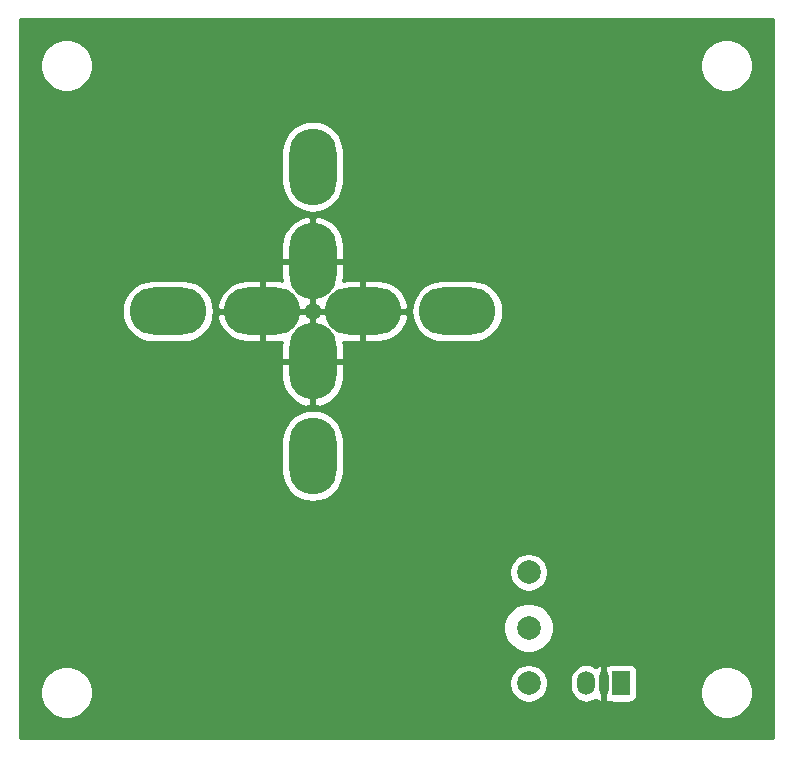
<source format=gbr>
%TF.GenerationSoftware,KiCad,Pcbnew,(5.1.10)-1*%
%TF.CreationDate,2021-10-27T13:55:30+02:00*%
%TF.ProjectId,Base,42617365-2e6b-4696-9361-645f70636258,rev?*%
%TF.SameCoordinates,Original*%
%TF.FileFunction,Copper,L1,Top*%
%TF.FilePolarity,Positive*%
%FSLAX46Y46*%
G04 Gerber Fmt 4.6, Leading zero omitted, Abs format (unit mm)*
G04 Created by KiCad (PCBNEW (5.1.10)-1) date 2021-10-27 13:55:30*
%MOMM*%
%LPD*%
G01*
G04 APERTURE LIST*
%TA.AperFunction,ComponentPad*%
%ADD10R,1.500000X2.000000*%
%TD*%
%TA.AperFunction,ComponentPad*%
%ADD11O,1.500000X2.000000*%
%TD*%
%TA.AperFunction,ComponentPad*%
%ADD12O,0.900000X2.000000*%
%TD*%
%TA.AperFunction,ComponentPad*%
%ADD13C,2.000000*%
%TD*%
%TA.AperFunction,ComponentPad*%
%ADD14O,4.000000X6.500000*%
%TD*%
%TA.AperFunction,ComponentPad*%
%ADD15O,6.500000X4.000000*%
%TD*%
%TA.AperFunction,ViaPad*%
%ADD16C,1.000000*%
%TD*%
%TA.AperFunction,ViaPad*%
%ADD17C,0.800000*%
%TD*%
%TA.AperFunction,Conductor*%
%ADD18C,0.254000*%
%TD*%
%TA.AperFunction,Conductor*%
%ADD19C,0.100000*%
%TD*%
G04 APERTURE END LIST*
D10*
%TO.P,U4,1*%
%TO.N,+5V*%
X163230000Y-123914000D03*
D11*
%TO.P,U4,3*%
%TO.N,VCC*%
X160290000Y-123914000D03*
D12*
%TO.P,U4,2*%
%TO.N,GND*%
X161760000Y-123914000D03*
%TD*%
D13*
%TO.P,SW1,3*%
%TO.N,+9V*%
X155408000Y-114516000D03*
%TO.P,SW1,2*%
%TO.N,Net-(BT3-Pad1)*%
X155408000Y-119216000D03*
%TO.P,SW1,1*%
%TO.N,VCC*%
X155408000Y-123916000D03*
%TD*%
D14*
%TO.P,C7,6*%
%TO.N,/LED_MATRIX_2*%
X137122000Y-104668000D03*
%TO.P,C7,5*%
%TO.N,GND*%
X137122000Y-96668000D03*
%TO.P,C7,2*%
%TO.N,/LED_MATRIX_4*%
X137122000Y-80168000D03*
%TO.P,C7,1*%
%TO.N,GND*%
X137122000Y-88168000D03*
D15*
%TO.P,C7,8*%
%TO.N,/LED_MATRIX_1*%
X124872000Y-92418000D03*
%TO.P,C7,7*%
%TO.N,GND*%
X132872000Y-92418000D03*
%TO.P,C7,4*%
%TO.N,/LED_MATRIX_3*%
X149372000Y-92418000D03*
%TO.P,C7,3*%
%TO.N,GND*%
X141372000Y-92418000D03*
%TD*%
D16*
%TO.N,GND*%
X130264000Y-118072000D03*
X131534000Y-118072000D03*
X132804000Y-118072000D03*
X128994000Y-118072000D03*
D17*
X171691400Y-119926200D03*
%TD*%
D18*
%TO.N,GND*%
X176086000Y-128588000D02*
X112382000Y-128588000D01*
X112382000Y-124455872D01*
X114059000Y-124455872D01*
X114059000Y-124896128D01*
X114144890Y-125327925D01*
X114313369Y-125734669D01*
X114557962Y-126100729D01*
X114869271Y-126412038D01*
X115235331Y-126656631D01*
X115642075Y-126825110D01*
X116073872Y-126911000D01*
X116514128Y-126911000D01*
X116945925Y-126825110D01*
X117352669Y-126656631D01*
X117718729Y-126412038D01*
X118030038Y-126100729D01*
X118274631Y-125734669D01*
X118443110Y-125327925D01*
X118529000Y-124896128D01*
X118529000Y-124455872D01*
X118443110Y-124024075D01*
X118331642Y-123754967D01*
X153773000Y-123754967D01*
X153773000Y-124077033D01*
X153835832Y-124392912D01*
X153959082Y-124690463D01*
X154138013Y-124958252D01*
X154365748Y-125185987D01*
X154633537Y-125364918D01*
X154931088Y-125488168D01*
X155246967Y-125551000D01*
X155569033Y-125551000D01*
X155884912Y-125488168D01*
X156182463Y-125364918D01*
X156450252Y-125185987D01*
X156677987Y-124958252D01*
X156856918Y-124690463D01*
X156980168Y-124392912D01*
X157043000Y-124077033D01*
X157043000Y-123754967D01*
X157011373Y-123595963D01*
X158905000Y-123595963D01*
X158905000Y-124232036D01*
X158925040Y-124435506D01*
X159004236Y-124696580D01*
X159132843Y-124937187D01*
X159305919Y-125148080D01*
X159516812Y-125321157D01*
X159757419Y-125449764D01*
X160018493Y-125528960D01*
X160290000Y-125555701D01*
X160561506Y-125528960D01*
X160822580Y-125449764D01*
X161063187Y-125321157D01*
X161073749Y-125312489D01*
X161082592Y-125321014D01*
X161262803Y-125436702D01*
X161465999Y-125508408D01*
X161633000Y-125381502D01*
X161633000Y-124507899D01*
X161654960Y-124435507D01*
X161675000Y-124232037D01*
X161675000Y-123595964D01*
X161654960Y-123392494D01*
X161633000Y-123320102D01*
X161633000Y-122914000D01*
X161841928Y-122914000D01*
X161841928Y-124914000D01*
X161854188Y-125038482D01*
X161887000Y-125146649D01*
X161887000Y-125381502D01*
X162054001Y-125508408D01*
X162169046Y-125467810D01*
X162235820Y-125503502D01*
X162355518Y-125539812D01*
X162480000Y-125552072D01*
X163980000Y-125552072D01*
X164104482Y-125539812D01*
X164224180Y-125503502D01*
X164334494Y-125444537D01*
X164431185Y-125365185D01*
X164510537Y-125268494D01*
X164569502Y-125158180D01*
X164605812Y-125038482D01*
X164618072Y-124914000D01*
X164618072Y-124455872D01*
X169939000Y-124455872D01*
X169939000Y-124896128D01*
X170024890Y-125327925D01*
X170193369Y-125734669D01*
X170437962Y-126100729D01*
X170749271Y-126412038D01*
X171115331Y-126656631D01*
X171522075Y-126825110D01*
X171953872Y-126911000D01*
X172394128Y-126911000D01*
X172825925Y-126825110D01*
X173232669Y-126656631D01*
X173598729Y-126412038D01*
X173910038Y-126100729D01*
X174154631Y-125734669D01*
X174323110Y-125327925D01*
X174409000Y-124896128D01*
X174409000Y-124455872D01*
X174323110Y-124024075D01*
X174154631Y-123617331D01*
X173910038Y-123251271D01*
X173598729Y-122939962D01*
X173232669Y-122695369D01*
X172825925Y-122526890D01*
X172394128Y-122441000D01*
X171953872Y-122441000D01*
X171522075Y-122526890D01*
X171115331Y-122695369D01*
X170749271Y-122939962D01*
X170437962Y-123251271D01*
X170193369Y-123617331D01*
X170024890Y-124024075D01*
X169939000Y-124455872D01*
X164618072Y-124455872D01*
X164618072Y-122914000D01*
X164605812Y-122789518D01*
X164569502Y-122669820D01*
X164510537Y-122559506D01*
X164431185Y-122462815D01*
X164334494Y-122383463D01*
X164224180Y-122324498D01*
X164104482Y-122288188D01*
X163980000Y-122275928D01*
X162480000Y-122275928D01*
X162355518Y-122288188D01*
X162235820Y-122324498D01*
X162169046Y-122360190D01*
X162054001Y-122319592D01*
X161887000Y-122446498D01*
X161887000Y-122681351D01*
X161854188Y-122789518D01*
X161841928Y-122914000D01*
X161633000Y-122914000D01*
X161633000Y-122446498D01*
X161465999Y-122319592D01*
X161262803Y-122391298D01*
X161082592Y-122506986D01*
X161073749Y-122515510D01*
X161063188Y-122506843D01*
X160822581Y-122378236D01*
X160561507Y-122299040D01*
X160290000Y-122272299D01*
X160018494Y-122299040D01*
X159757420Y-122378236D01*
X159516813Y-122506843D01*
X159305920Y-122679919D01*
X159132843Y-122890812D01*
X159004236Y-123131419D01*
X158925040Y-123392493D01*
X158905000Y-123595963D01*
X157011373Y-123595963D01*
X156980168Y-123439088D01*
X156856918Y-123141537D01*
X156677987Y-122873748D01*
X156450252Y-122646013D01*
X156182463Y-122467082D01*
X155884912Y-122343832D01*
X155569033Y-122281000D01*
X155246967Y-122281000D01*
X154931088Y-122343832D01*
X154633537Y-122467082D01*
X154365748Y-122646013D01*
X154138013Y-122873748D01*
X153959082Y-123141537D01*
X153835832Y-123439088D01*
X153773000Y-123754967D01*
X118331642Y-123754967D01*
X118274631Y-123617331D01*
X118030038Y-123251271D01*
X117718729Y-122939962D01*
X117352669Y-122695369D01*
X116945925Y-122526890D01*
X116514128Y-122441000D01*
X116073872Y-122441000D01*
X115642075Y-122526890D01*
X115235331Y-122695369D01*
X114869271Y-122939962D01*
X114557962Y-123251271D01*
X114313369Y-123617331D01*
X114144890Y-124024075D01*
X114059000Y-124455872D01*
X112382000Y-124455872D01*
X112382000Y-119006509D01*
X153281000Y-119006509D01*
X153281000Y-119425491D01*
X153362739Y-119836423D01*
X153523077Y-120223512D01*
X153755851Y-120571884D01*
X154052116Y-120868149D01*
X154400488Y-121100923D01*
X154787577Y-121261261D01*
X155198509Y-121343000D01*
X155617491Y-121343000D01*
X156028423Y-121261261D01*
X156415512Y-121100923D01*
X156763884Y-120868149D01*
X157060149Y-120571884D01*
X157292923Y-120223512D01*
X157453261Y-119836423D01*
X157535000Y-119425491D01*
X157535000Y-119006509D01*
X157453261Y-118595577D01*
X157292923Y-118208488D01*
X157060149Y-117860116D01*
X156763884Y-117563851D01*
X156415512Y-117331077D01*
X156028423Y-117170739D01*
X155617491Y-117089000D01*
X155198509Y-117089000D01*
X154787577Y-117170739D01*
X154400488Y-117331077D01*
X154052116Y-117563851D01*
X153755851Y-117860116D01*
X153523077Y-118208488D01*
X153362739Y-118595577D01*
X153281000Y-119006509D01*
X112382000Y-119006509D01*
X112382000Y-114354967D01*
X153773000Y-114354967D01*
X153773000Y-114677033D01*
X153835832Y-114992912D01*
X153959082Y-115290463D01*
X154138013Y-115558252D01*
X154365748Y-115785987D01*
X154633537Y-115964918D01*
X154931088Y-116088168D01*
X155246967Y-116151000D01*
X155569033Y-116151000D01*
X155884912Y-116088168D01*
X156182463Y-115964918D01*
X156450252Y-115785987D01*
X156677987Y-115558252D01*
X156856918Y-115290463D01*
X156980168Y-114992912D01*
X157043000Y-114677033D01*
X157043000Y-114354967D01*
X156980168Y-114039088D01*
X156856918Y-113741537D01*
X156677987Y-113473748D01*
X156450252Y-113246013D01*
X156182463Y-113067082D01*
X155884912Y-112943832D01*
X155569033Y-112881000D01*
X155246967Y-112881000D01*
X154931088Y-112943832D01*
X154633537Y-113067082D01*
X154365748Y-113246013D01*
X154138013Y-113473748D01*
X153959082Y-113741537D01*
X153835832Y-114039088D01*
X153773000Y-114354967D01*
X112382000Y-114354967D01*
X112382000Y-103288559D01*
X134487000Y-103288559D01*
X134487000Y-106047442D01*
X134525127Y-106434550D01*
X134675799Y-106931250D01*
X134920478Y-107389011D01*
X135249760Y-107790241D01*
X135650990Y-108119523D01*
X136108751Y-108364201D01*
X136605451Y-108514873D01*
X137122000Y-108565749D01*
X137638550Y-108514873D01*
X138135250Y-108364201D01*
X138593011Y-108119523D01*
X138994241Y-107790241D01*
X139323523Y-107389011D01*
X139568201Y-106931250D01*
X139718873Y-106434550D01*
X139757000Y-106047442D01*
X139757000Y-103288558D01*
X139718873Y-102901450D01*
X139568201Y-102404750D01*
X139323523Y-101946989D01*
X138994241Y-101545759D01*
X138593010Y-101216477D01*
X138135249Y-100971799D01*
X137638549Y-100821127D01*
X137122000Y-100770251D01*
X136605450Y-100821127D01*
X136108750Y-100971799D01*
X135650989Y-101216477D01*
X135249759Y-101545759D01*
X134920477Y-101946990D01*
X134675799Y-102404751D01*
X134525127Y-102901451D01*
X134487000Y-103288559D01*
X112382000Y-103288559D01*
X112382000Y-96795000D01*
X134487000Y-96795000D01*
X134487000Y-98045000D01*
X134562407Y-98556623D01*
X134736178Y-99043704D01*
X135001635Y-99487525D01*
X135348576Y-99871030D01*
X135763669Y-100179481D01*
X136230962Y-100401025D01*
X136584838Y-100497667D01*
X136995000Y-100390991D01*
X136995000Y-96795000D01*
X137249000Y-96795000D01*
X137249000Y-100390991D01*
X137659162Y-100497667D01*
X138013038Y-100401025D01*
X138480331Y-100179481D01*
X138895424Y-99871030D01*
X139242365Y-99487525D01*
X139507822Y-99043704D01*
X139681593Y-98556623D01*
X139757000Y-98045000D01*
X139757000Y-96795000D01*
X137249000Y-96795000D01*
X136995000Y-96795000D01*
X134487000Y-96795000D01*
X112382000Y-96795000D01*
X112382000Y-92418000D01*
X120974251Y-92418000D01*
X121025127Y-92934550D01*
X121175799Y-93431250D01*
X121420477Y-93889011D01*
X121749759Y-94290241D01*
X122150989Y-94619523D01*
X122608750Y-94864201D01*
X123105450Y-95014873D01*
X123492558Y-95053000D01*
X126251442Y-95053000D01*
X126638550Y-95014873D01*
X127135250Y-94864201D01*
X127593011Y-94619523D01*
X127994241Y-94290241D01*
X128323523Y-93889011D01*
X128568201Y-93431250D01*
X128712620Y-92955162D01*
X129042333Y-92955162D01*
X129138975Y-93309038D01*
X129360519Y-93776331D01*
X129668970Y-94191424D01*
X130052475Y-94538365D01*
X130496296Y-94803822D01*
X130983377Y-94977593D01*
X131495000Y-95053000D01*
X132745000Y-95053000D01*
X132745000Y-92545000D01*
X132999000Y-92545000D01*
X132999000Y-95053000D01*
X134249000Y-95053000D01*
X134528142Y-95011858D01*
X134487000Y-95291000D01*
X134487000Y-96541000D01*
X136995000Y-96541000D01*
X136995000Y-92945009D01*
X137249000Y-92945009D01*
X137249000Y-96541000D01*
X139757000Y-96541000D01*
X139757000Y-95291000D01*
X139715858Y-95011858D01*
X139995000Y-95053000D01*
X141245000Y-95053000D01*
X141245000Y-92545000D01*
X141499000Y-92545000D01*
X141499000Y-95053000D01*
X142749000Y-95053000D01*
X143260623Y-94977593D01*
X143747704Y-94803822D01*
X144191525Y-94538365D01*
X144575030Y-94191424D01*
X144883481Y-93776331D01*
X145105025Y-93309038D01*
X145201667Y-92955162D01*
X145094991Y-92545000D01*
X141499000Y-92545000D01*
X141245000Y-92545000D01*
X137649009Y-92545000D01*
X137566447Y-92862447D01*
X137249000Y-92945009D01*
X136995000Y-92945009D01*
X136677553Y-92862447D01*
X136594991Y-92545000D01*
X132999000Y-92545000D01*
X132745000Y-92545000D01*
X129149009Y-92545000D01*
X129042333Y-92955162D01*
X128712620Y-92955162D01*
X128718873Y-92934550D01*
X128769749Y-92418000D01*
X145474251Y-92418000D01*
X145525127Y-92934550D01*
X145675799Y-93431250D01*
X145920477Y-93889011D01*
X146249759Y-94290241D01*
X146650989Y-94619523D01*
X147108750Y-94864201D01*
X147605450Y-95014873D01*
X147992558Y-95053000D01*
X150751442Y-95053000D01*
X151138550Y-95014873D01*
X151635250Y-94864201D01*
X152093011Y-94619523D01*
X152494241Y-94290241D01*
X152823523Y-93889011D01*
X153068201Y-93431250D01*
X153218873Y-92934550D01*
X153269749Y-92418000D01*
X153218873Y-91901450D01*
X153068201Y-91404750D01*
X152823523Y-90946989D01*
X152494241Y-90545759D01*
X152093011Y-90216477D01*
X151635250Y-89971799D01*
X151138550Y-89821127D01*
X150751442Y-89783000D01*
X147992558Y-89783000D01*
X147605450Y-89821127D01*
X147108750Y-89971799D01*
X146650989Y-90216477D01*
X146249759Y-90545759D01*
X145920477Y-90946989D01*
X145675799Y-91404750D01*
X145525127Y-91901450D01*
X145474251Y-92418000D01*
X128769749Y-92418000D01*
X128718873Y-91901450D01*
X128712621Y-91880838D01*
X129042333Y-91880838D01*
X129149009Y-92291000D01*
X132745000Y-92291000D01*
X132745000Y-89783000D01*
X132999000Y-89783000D01*
X132999000Y-92291000D01*
X136594991Y-92291000D01*
X136677553Y-91973553D01*
X136995000Y-91890991D01*
X136995000Y-88295000D01*
X137249000Y-88295000D01*
X137249000Y-91890991D01*
X137566447Y-91973553D01*
X137649009Y-92291000D01*
X141245000Y-92291000D01*
X141245000Y-89783000D01*
X141499000Y-89783000D01*
X141499000Y-92291000D01*
X145094991Y-92291000D01*
X145201667Y-91880838D01*
X145105025Y-91526962D01*
X144883481Y-91059669D01*
X144575030Y-90644576D01*
X144191525Y-90297635D01*
X143747704Y-90032178D01*
X143260623Y-89858407D01*
X142749000Y-89783000D01*
X141499000Y-89783000D01*
X141245000Y-89783000D01*
X139995000Y-89783000D01*
X139715858Y-89824142D01*
X139757000Y-89545000D01*
X139757000Y-88295000D01*
X137249000Y-88295000D01*
X136995000Y-88295000D01*
X134487000Y-88295000D01*
X134487000Y-89545000D01*
X134528142Y-89824142D01*
X134249000Y-89783000D01*
X132999000Y-89783000D01*
X132745000Y-89783000D01*
X131495000Y-89783000D01*
X130983377Y-89858407D01*
X130496296Y-90032178D01*
X130052475Y-90297635D01*
X129668970Y-90644576D01*
X129360519Y-91059669D01*
X129138975Y-91526962D01*
X129042333Y-91880838D01*
X128712621Y-91880838D01*
X128568201Y-91404750D01*
X128323523Y-90946989D01*
X127994241Y-90545759D01*
X127593011Y-90216477D01*
X127135250Y-89971799D01*
X126638550Y-89821127D01*
X126251442Y-89783000D01*
X123492558Y-89783000D01*
X123105450Y-89821127D01*
X122608750Y-89971799D01*
X122150989Y-90216477D01*
X121749759Y-90545759D01*
X121420477Y-90946989D01*
X121175799Y-91404750D01*
X121025127Y-91901450D01*
X120974251Y-92418000D01*
X112382000Y-92418000D01*
X112382000Y-86791000D01*
X134487000Y-86791000D01*
X134487000Y-88041000D01*
X136995000Y-88041000D01*
X136995000Y-84445009D01*
X137249000Y-84445009D01*
X137249000Y-88041000D01*
X139757000Y-88041000D01*
X139757000Y-86791000D01*
X139681593Y-86279377D01*
X139507822Y-85792296D01*
X139242365Y-85348475D01*
X138895424Y-84964970D01*
X138480331Y-84656519D01*
X138013038Y-84434975D01*
X137659162Y-84338333D01*
X137249000Y-84445009D01*
X136995000Y-84445009D01*
X136584838Y-84338333D01*
X136230962Y-84434975D01*
X135763669Y-84656519D01*
X135348576Y-84964970D01*
X135001635Y-85348475D01*
X134736178Y-85792296D01*
X134562407Y-86279377D01*
X134487000Y-86791000D01*
X112382000Y-86791000D01*
X112382000Y-78788559D01*
X134487000Y-78788559D01*
X134487000Y-81547442D01*
X134525127Y-81934550D01*
X134675799Y-82431250D01*
X134920478Y-82889011D01*
X135249760Y-83290241D01*
X135650990Y-83619523D01*
X136108751Y-83864201D01*
X136605451Y-84014873D01*
X137122000Y-84065749D01*
X137638550Y-84014873D01*
X138135250Y-83864201D01*
X138593011Y-83619523D01*
X138994241Y-83290241D01*
X139323523Y-82889011D01*
X139568201Y-82431250D01*
X139718873Y-81934550D01*
X139757000Y-81547442D01*
X139757000Y-78788558D01*
X139718873Y-78401450D01*
X139568201Y-77904750D01*
X139323523Y-77446989D01*
X138994241Y-77045759D01*
X138593010Y-76716477D01*
X138135249Y-76471799D01*
X137638549Y-76321127D01*
X137122000Y-76270251D01*
X136605450Y-76321127D01*
X136108750Y-76471799D01*
X135650989Y-76716477D01*
X135249759Y-77045759D01*
X134920477Y-77446990D01*
X134675799Y-77904751D01*
X134525127Y-78401451D01*
X134487000Y-78788559D01*
X112382000Y-78788559D01*
X112382000Y-71369872D01*
X114059000Y-71369872D01*
X114059000Y-71810128D01*
X114144890Y-72241925D01*
X114313369Y-72648669D01*
X114557962Y-73014729D01*
X114869271Y-73326038D01*
X115235331Y-73570631D01*
X115642075Y-73739110D01*
X116073872Y-73825000D01*
X116514128Y-73825000D01*
X116945925Y-73739110D01*
X117352669Y-73570631D01*
X117718729Y-73326038D01*
X118030038Y-73014729D01*
X118274631Y-72648669D01*
X118443110Y-72241925D01*
X118529000Y-71810128D01*
X118529000Y-71369872D01*
X169939000Y-71369872D01*
X169939000Y-71810128D01*
X170024890Y-72241925D01*
X170193369Y-72648669D01*
X170437962Y-73014729D01*
X170749271Y-73326038D01*
X171115331Y-73570631D01*
X171522075Y-73739110D01*
X171953872Y-73825000D01*
X172394128Y-73825000D01*
X172825925Y-73739110D01*
X173232669Y-73570631D01*
X173598729Y-73326038D01*
X173910038Y-73014729D01*
X174154631Y-72648669D01*
X174323110Y-72241925D01*
X174409000Y-71810128D01*
X174409000Y-71369872D01*
X174323110Y-70938075D01*
X174154631Y-70531331D01*
X173910038Y-70165271D01*
X173598729Y-69853962D01*
X173232669Y-69609369D01*
X172825925Y-69440890D01*
X172394128Y-69355000D01*
X171953872Y-69355000D01*
X171522075Y-69440890D01*
X171115331Y-69609369D01*
X170749271Y-69853962D01*
X170437962Y-70165271D01*
X170193369Y-70531331D01*
X170024890Y-70938075D01*
X169939000Y-71369872D01*
X118529000Y-71369872D01*
X118443110Y-70938075D01*
X118274631Y-70531331D01*
X118030038Y-70165271D01*
X117718729Y-69853962D01*
X117352669Y-69609369D01*
X116945925Y-69440890D01*
X116514128Y-69355000D01*
X116073872Y-69355000D01*
X115642075Y-69440890D01*
X115235331Y-69609369D01*
X114869271Y-69853962D01*
X114557962Y-70165271D01*
X114313369Y-70531331D01*
X114144890Y-70938075D01*
X114059000Y-71369872D01*
X112382000Y-71369872D01*
X112382000Y-67678000D01*
X176086001Y-67678000D01*
X176086000Y-128588000D01*
%TA.AperFunction,Conductor*%
D19*
G36*
X176086000Y-128588000D02*
G01*
X112382000Y-128588000D01*
X112382000Y-124455872D01*
X114059000Y-124455872D01*
X114059000Y-124896128D01*
X114144890Y-125327925D01*
X114313369Y-125734669D01*
X114557962Y-126100729D01*
X114869271Y-126412038D01*
X115235331Y-126656631D01*
X115642075Y-126825110D01*
X116073872Y-126911000D01*
X116514128Y-126911000D01*
X116945925Y-126825110D01*
X117352669Y-126656631D01*
X117718729Y-126412038D01*
X118030038Y-126100729D01*
X118274631Y-125734669D01*
X118443110Y-125327925D01*
X118529000Y-124896128D01*
X118529000Y-124455872D01*
X118443110Y-124024075D01*
X118331642Y-123754967D01*
X153773000Y-123754967D01*
X153773000Y-124077033D01*
X153835832Y-124392912D01*
X153959082Y-124690463D01*
X154138013Y-124958252D01*
X154365748Y-125185987D01*
X154633537Y-125364918D01*
X154931088Y-125488168D01*
X155246967Y-125551000D01*
X155569033Y-125551000D01*
X155884912Y-125488168D01*
X156182463Y-125364918D01*
X156450252Y-125185987D01*
X156677987Y-124958252D01*
X156856918Y-124690463D01*
X156980168Y-124392912D01*
X157043000Y-124077033D01*
X157043000Y-123754967D01*
X157011373Y-123595963D01*
X158905000Y-123595963D01*
X158905000Y-124232036D01*
X158925040Y-124435506D01*
X159004236Y-124696580D01*
X159132843Y-124937187D01*
X159305919Y-125148080D01*
X159516812Y-125321157D01*
X159757419Y-125449764D01*
X160018493Y-125528960D01*
X160290000Y-125555701D01*
X160561506Y-125528960D01*
X160822580Y-125449764D01*
X161063187Y-125321157D01*
X161073749Y-125312489D01*
X161082592Y-125321014D01*
X161262803Y-125436702D01*
X161465999Y-125508408D01*
X161633000Y-125381502D01*
X161633000Y-124507899D01*
X161654960Y-124435507D01*
X161675000Y-124232037D01*
X161675000Y-123595964D01*
X161654960Y-123392494D01*
X161633000Y-123320102D01*
X161633000Y-122914000D01*
X161841928Y-122914000D01*
X161841928Y-124914000D01*
X161854188Y-125038482D01*
X161887000Y-125146649D01*
X161887000Y-125381502D01*
X162054001Y-125508408D01*
X162169046Y-125467810D01*
X162235820Y-125503502D01*
X162355518Y-125539812D01*
X162480000Y-125552072D01*
X163980000Y-125552072D01*
X164104482Y-125539812D01*
X164224180Y-125503502D01*
X164334494Y-125444537D01*
X164431185Y-125365185D01*
X164510537Y-125268494D01*
X164569502Y-125158180D01*
X164605812Y-125038482D01*
X164618072Y-124914000D01*
X164618072Y-124455872D01*
X169939000Y-124455872D01*
X169939000Y-124896128D01*
X170024890Y-125327925D01*
X170193369Y-125734669D01*
X170437962Y-126100729D01*
X170749271Y-126412038D01*
X171115331Y-126656631D01*
X171522075Y-126825110D01*
X171953872Y-126911000D01*
X172394128Y-126911000D01*
X172825925Y-126825110D01*
X173232669Y-126656631D01*
X173598729Y-126412038D01*
X173910038Y-126100729D01*
X174154631Y-125734669D01*
X174323110Y-125327925D01*
X174409000Y-124896128D01*
X174409000Y-124455872D01*
X174323110Y-124024075D01*
X174154631Y-123617331D01*
X173910038Y-123251271D01*
X173598729Y-122939962D01*
X173232669Y-122695369D01*
X172825925Y-122526890D01*
X172394128Y-122441000D01*
X171953872Y-122441000D01*
X171522075Y-122526890D01*
X171115331Y-122695369D01*
X170749271Y-122939962D01*
X170437962Y-123251271D01*
X170193369Y-123617331D01*
X170024890Y-124024075D01*
X169939000Y-124455872D01*
X164618072Y-124455872D01*
X164618072Y-122914000D01*
X164605812Y-122789518D01*
X164569502Y-122669820D01*
X164510537Y-122559506D01*
X164431185Y-122462815D01*
X164334494Y-122383463D01*
X164224180Y-122324498D01*
X164104482Y-122288188D01*
X163980000Y-122275928D01*
X162480000Y-122275928D01*
X162355518Y-122288188D01*
X162235820Y-122324498D01*
X162169046Y-122360190D01*
X162054001Y-122319592D01*
X161887000Y-122446498D01*
X161887000Y-122681351D01*
X161854188Y-122789518D01*
X161841928Y-122914000D01*
X161633000Y-122914000D01*
X161633000Y-122446498D01*
X161465999Y-122319592D01*
X161262803Y-122391298D01*
X161082592Y-122506986D01*
X161073749Y-122515510D01*
X161063188Y-122506843D01*
X160822581Y-122378236D01*
X160561507Y-122299040D01*
X160290000Y-122272299D01*
X160018494Y-122299040D01*
X159757420Y-122378236D01*
X159516813Y-122506843D01*
X159305920Y-122679919D01*
X159132843Y-122890812D01*
X159004236Y-123131419D01*
X158925040Y-123392493D01*
X158905000Y-123595963D01*
X157011373Y-123595963D01*
X156980168Y-123439088D01*
X156856918Y-123141537D01*
X156677987Y-122873748D01*
X156450252Y-122646013D01*
X156182463Y-122467082D01*
X155884912Y-122343832D01*
X155569033Y-122281000D01*
X155246967Y-122281000D01*
X154931088Y-122343832D01*
X154633537Y-122467082D01*
X154365748Y-122646013D01*
X154138013Y-122873748D01*
X153959082Y-123141537D01*
X153835832Y-123439088D01*
X153773000Y-123754967D01*
X118331642Y-123754967D01*
X118274631Y-123617331D01*
X118030038Y-123251271D01*
X117718729Y-122939962D01*
X117352669Y-122695369D01*
X116945925Y-122526890D01*
X116514128Y-122441000D01*
X116073872Y-122441000D01*
X115642075Y-122526890D01*
X115235331Y-122695369D01*
X114869271Y-122939962D01*
X114557962Y-123251271D01*
X114313369Y-123617331D01*
X114144890Y-124024075D01*
X114059000Y-124455872D01*
X112382000Y-124455872D01*
X112382000Y-119006509D01*
X153281000Y-119006509D01*
X153281000Y-119425491D01*
X153362739Y-119836423D01*
X153523077Y-120223512D01*
X153755851Y-120571884D01*
X154052116Y-120868149D01*
X154400488Y-121100923D01*
X154787577Y-121261261D01*
X155198509Y-121343000D01*
X155617491Y-121343000D01*
X156028423Y-121261261D01*
X156415512Y-121100923D01*
X156763884Y-120868149D01*
X157060149Y-120571884D01*
X157292923Y-120223512D01*
X157453261Y-119836423D01*
X157535000Y-119425491D01*
X157535000Y-119006509D01*
X157453261Y-118595577D01*
X157292923Y-118208488D01*
X157060149Y-117860116D01*
X156763884Y-117563851D01*
X156415512Y-117331077D01*
X156028423Y-117170739D01*
X155617491Y-117089000D01*
X155198509Y-117089000D01*
X154787577Y-117170739D01*
X154400488Y-117331077D01*
X154052116Y-117563851D01*
X153755851Y-117860116D01*
X153523077Y-118208488D01*
X153362739Y-118595577D01*
X153281000Y-119006509D01*
X112382000Y-119006509D01*
X112382000Y-114354967D01*
X153773000Y-114354967D01*
X153773000Y-114677033D01*
X153835832Y-114992912D01*
X153959082Y-115290463D01*
X154138013Y-115558252D01*
X154365748Y-115785987D01*
X154633537Y-115964918D01*
X154931088Y-116088168D01*
X155246967Y-116151000D01*
X155569033Y-116151000D01*
X155884912Y-116088168D01*
X156182463Y-115964918D01*
X156450252Y-115785987D01*
X156677987Y-115558252D01*
X156856918Y-115290463D01*
X156980168Y-114992912D01*
X157043000Y-114677033D01*
X157043000Y-114354967D01*
X156980168Y-114039088D01*
X156856918Y-113741537D01*
X156677987Y-113473748D01*
X156450252Y-113246013D01*
X156182463Y-113067082D01*
X155884912Y-112943832D01*
X155569033Y-112881000D01*
X155246967Y-112881000D01*
X154931088Y-112943832D01*
X154633537Y-113067082D01*
X154365748Y-113246013D01*
X154138013Y-113473748D01*
X153959082Y-113741537D01*
X153835832Y-114039088D01*
X153773000Y-114354967D01*
X112382000Y-114354967D01*
X112382000Y-103288559D01*
X134487000Y-103288559D01*
X134487000Y-106047442D01*
X134525127Y-106434550D01*
X134675799Y-106931250D01*
X134920478Y-107389011D01*
X135249760Y-107790241D01*
X135650990Y-108119523D01*
X136108751Y-108364201D01*
X136605451Y-108514873D01*
X137122000Y-108565749D01*
X137638550Y-108514873D01*
X138135250Y-108364201D01*
X138593011Y-108119523D01*
X138994241Y-107790241D01*
X139323523Y-107389011D01*
X139568201Y-106931250D01*
X139718873Y-106434550D01*
X139757000Y-106047442D01*
X139757000Y-103288558D01*
X139718873Y-102901450D01*
X139568201Y-102404750D01*
X139323523Y-101946989D01*
X138994241Y-101545759D01*
X138593010Y-101216477D01*
X138135249Y-100971799D01*
X137638549Y-100821127D01*
X137122000Y-100770251D01*
X136605450Y-100821127D01*
X136108750Y-100971799D01*
X135650989Y-101216477D01*
X135249759Y-101545759D01*
X134920477Y-101946990D01*
X134675799Y-102404751D01*
X134525127Y-102901451D01*
X134487000Y-103288559D01*
X112382000Y-103288559D01*
X112382000Y-96795000D01*
X134487000Y-96795000D01*
X134487000Y-98045000D01*
X134562407Y-98556623D01*
X134736178Y-99043704D01*
X135001635Y-99487525D01*
X135348576Y-99871030D01*
X135763669Y-100179481D01*
X136230962Y-100401025D01*
X136584838Y-100497667D01*
X136995000Y-100390991D01*
X136995000Y-96795000D01*
X137249000Y-96795000D01*
X137249000Y-100390991D01*
X137659162Y-100497667D01*
X138013038Y-100401025D01*
X138480331Y-100179481D01*
X138895424Y-99871030D01*
X139242365Y-99487525D01*
X139507822Y-99043704D01*
X139681593Y-98556623D01*
X139757000Y-98045000D01*
X139757000Y-96795000D01*
X137249000Y-96795000D01*
X136995000Y-96795000D01*
X134487000Y-96795000D01*
X112382000Y-96795000D01*
X112382000Y-92418000D01*
X120974251Y-92418000D01*
X121025127Y-92934550D01*
X121175799Y-93431250D01*
X121420477Y-93889011D01*
X121749759Y-94290241D01*
X122150989Y-94619523D01*
X122608750Y-94864201D01*
X123105450Y-95014873D01*
X123492558Y-95053000D01*
X126251442Y-95053000D01*
X126638550Y-95014873D01*
X127135250Y-94864201D01*
X127593011Y-94619523D01*
X127994241Y-94290241D01*
X128323523Y-93889011D01*
X128568201Y-93431250D01*
X128712620Y-92955162D01*
X129042333Y-92955162D01*
X129138975Y-93309038D01*
X129360519Y-93776331D01*
X129668970Y-94191424D01*
X130052475Y-94538365D01*
X130496296Y-94803822D01*
X130983377Y-94977593D01*
X131495000Y-95053000D01*
X132745000Y-95053000D01*
X132745000Y-92545000D01*
X132999000Y-92545000D01*
X132999000Y-95053000D01*
X134249000Y-95053000D01*
X134528142Y-95011858D01*
X134487000Y-95291000D01*
X134487000Y-96541000D01*
X136995000Y-96541000D01*
X136995000Y-92945009D01*
X137249000Y-92945009D01*
X137249000Y-96541000D01*
X139757000Y-96541000D01*
X139757000Y-95291000D01*
X139715858Y-95011858D01*
X139995000Y-95053000D01*
X141245000Y-95053000D01*
X141245000Y-92545000D01*
X141499000Y-92545000D01*
X141499000Y-95053000D01*
X142749000Y-95053000D01*
X143260623Y-94977593D01*
X143747704Y-94803822D01*
X144191525Y-94538365D01*
X144575030Y-94191424D01*
X144883481Y-93776331D01*
X145105025Y-93309038D01*
X145201667Y-92955162D01*
X145094991Y-92545000D01*
X141499000Y-92545000D01*
X141245000Y-92545000D01*
X137649009Y-92545000D01*
X137566447Y-92862447D01*
X137249000Y-92945009D01*
X136995000Y-92945009D01*
X136677553Y-92862447D01*
X136594991Y-92545000D01*
X132999000Y-92545000D01*
X132745000Y-92545000D01*
X129149009Y-92545000D01*
X129042333Y-92955162D01*
X128712620Y-92955162D01*
X128718873Y-92934550D01*
X128769749Y-92418000D01*
X145474251Y-92418000D01*
X145525127Y-92934550D01*
X145675799Y-93431250D01*
X145920477Y-93889011D01*
X146249759Y-94290241D01*
X146650989Y-94619523D01*
X147108750Y-94864201D01*
X147605450Y-95014873D01*
X147992558Y-95053000D01*
X150751442Y-95053000D01*
X151138550Y-95014873D01*
X151635250Y-94864201D01*
X152093011Y-94619523D01*
X152494241Y-94290241D01*
X152823523Y-93889011D01*
X153068201Y-93431250D01*
X153218873Y-92934550D01*
X153269749Y-92418000D01*
X153218873Y-91901450D01*
X153068201Y-91404750D01*
X152823523Y-90946989D01*
X152494241Y-90545759D01*
X152093011Y-90216477D01*
X151635250Y-89971799D01*
X151138550Y-89821127D01*
X150751442Y-89783000D01*
X147992558Y-89783000D01*
X147605450Y-89821127D01*
X147108750Y-89971799D01*
X146650989Y-90216477D01*
X146249759Y-90545759D01*
X145920477Y-90946989D01*
X145675799Y-91404750D01*
X145525127Y-91901450D01*
X145474251Y-92418000D01*
X128769749Y-92418000D01*
X128718873Y-91901450D01*
X128712621Y-91880838D01*
X129042333Y-91880838D01*
X129149009Y-92291000D01*
X132745000Y-92291000D01*
X132745000Y-89783000D01*
X132999000Y-89783000D01*
X132999000Y-92291000D01*
X136594991Y-92291000D01*
X136677553Y-91973553D01*
X136995000Y-91890991D01*
X136995000Y-88295000D01*
X137249000Y-88295000D01*
X137249000Y-91890991D01*
X137566447Y-91973553D01*
X137649009Y-92291000D01*
X141245000Y-92291000D01*
X141245000Y-89783000D01*
X141499000Y-89783000D01*
X141499000Y-92291000D01*
X145094991Y-92291000D01*
X145201667Y-91880838D01*
X145105025Y-91526962D01*
X144883481Y-91059669D01*
X144575030Y-90644576D01*
X144191525Y-90297635D01*
X143747704Y-90032178D01*
X143260623Y-89858407D01*
X142749000Y-89783000D01*
X141499000Y-89783000D01*
X141245000Y-89783000D01*
X139995000Y-89783000D01*
X139715858Y-89824142D01*
X139757000Y-89545000D01*
X139757000Y-88295000D01*
X137249000Y-88295000D01*
X136995000Y-88295000D01*
X134487000Y-88295000D01*
X134487000Y-89545000D01*
X134528142Y-89824142D01*
X134249000Y-89783000D01*
X132999000Y-89783000D01*
X132745000Y-89783000D01*
X131495000Y-89783000D01*
X130983377Y-89858407D01*
X130496296Y-90032178D01*
X130052475Y-90297635D01*
X129668970Y-90644576D01*
X129360519Y-91059669D01*
X129138975Y-91526962D01*
X129042333Y-91880838D01*
X128712621Y-91880838D01*
X128568201Y-91404750D01*
X128323523Y-90946989D01*
X127994241Y-90545759D01*
X127593011Y-90216477D01*
X127135250Y-89971799D01*
X126638550Y-89821127D01*
X126251442Y-89783000D01*
X123492558Y-89783000D01*
X123105450Y-89821127D01*
X122608750Y-89971799D01*
X122150989Y-90216477D01*
X121749759Y-90545759D01*
X121420477Y-90946989D01*
X121175799Y-91404750D01*
X121025127Y-91901450D01*
X120974251Y-92418000D01*
X112382000Y-92418000D01*
X112382000Y-86791000D01*
X134487000Y-86791000D01*
X134487000Y-88041000D01*
X136995000Y-88041000D01*
X136995000Y-84445009D01*
X137249000Y-84445009D01*
X137249000Y-88041000D01*
X139757000Y-88041000D01*
X139757000Y-86791000D01*
X139681593Y-86279377D01*
X139507822Y-85792296D01*
X139242365Y-85348475D01*
X138895424Y-84964970D01*
X138480331Y-84656519D01*
X138013038Y-84434975D01*
X137659162Y-84338333D01*
X137249000Y-84445009D01*
X136995000Y-84445009D01*
X136584838Y-84338333D01*
X136230962Y-84434975D01*
X135763669Y-84656519D01*
X135348576Y-84964970D01*
X135001635Y-85348475D01*
X134736178Y-85792296D01*
X134562407Y-86279377D01*
X134487000Y-86791000D01*
X112382000Y-86791000D01*
X112382000Y-78788559D01*
X134487000Y-78788559D01*
X134487000Y-81547442D01*
X134525127Y-81934550D01*
X134675799Y-82431250D01*
X134920478Y-82889011D01*
X135249760Y-83290241D01*
X135650990Y-83619523D01*
X136108751Y-83864201D01*
X136605451Y-84014873D01*
X137122000Y-84065749D01*
X137638550Y-84014873D01*
X138135250Y-83864201D01*
X138593011Y-83619523D01*
X138994241Y-83290241D01*
X139323523Y-82889011D01*
X139568201Y-82431250D01*
X139718873Y-81934550D01*
X139757000Y-81547442D01*
X139757000Y-78788558D01*
X139718873Y-78401450D01*
X139568201Y-77904750D01*
X139323523Y-77446989D01*
X138994241Y-77045759D01*
X138593010Y-76716477D01*
X138135249Y-76471799D01*
X137638549Y-76321127D01*
X137122000Y-76270251D01*
X136605450Y-76321127D01*
X136108750Y-76471799D01*
X135650989Y-76716477D01*
X135249759Y-77045759D01*
X134920477Y-77446990D01*
X134675799Y-77904751D01*
X134525127Y-78401451D01*
X134487000Y-78788559D01*
X112382000Y-78788559D01*
X112382000Y-71369872D01*
X114059000Y-71369872D01*
X114059000Y-71810128D01*
X114144890Y-72241925D01*
X114313369Y-72648669D01*
X114557962Y-73014729D01*
X114869271Y-73326038D01*
X115235331Y-73570631D01*
X115642075Y-73739110D01*
X116073872Y-73825000D01*
X116514128Y-73825000D01*
X116945925Y-73739110D01*
X117352669Y-73570631D01*
X117718729Y-73326038D01*
X118030038Y-73014729D01*
X118274631Y-72648669D01*
X118443110Y-72241925D01*
X118529000Y-71810128D01*
X118529000Y-71369872D01*
X169939000Y-71369872D01*
X169939000Y-71810128D01*
X170024890Y-72241925D01*
X170193369Y-72648669D01*
X170437962Y-73014729D01*
X170749271Y-73326038D01*
X171115331Y-73570631D01*
X171522075Y-73739110D01*
X171953872Y-73825000D01*
X172394128Y-73825000D01*
X172825925Y-73739110D01*
X173232669Y-73570631D01*
X173598729Y-73326038D01*
X173910038Y-73014729D01*
X174154631Y-72648669D01*
X174323110Y-72241925D01*
X174409000Y-71810128D01*
X174409000Y-71369872D01*
X174323110Y-70938075D01*
X174154631Y-70531331D01*
X173910038Y-70165271D01*
X173598729Y-69853962D01*
X173232669Y-69609369D01*
X172825925Y-69440890D01*
X172394128Y-69355000D01*
X171953872Y-69355000D01*
X171522075Y-69440890D01*
X171115331Y-69609369D01*
X170749271Y-69853962D01*
X170437962Y-70165271D01*
X170193369Y-70531331D01*
X170024890Y-70938075D01*
X169939000Y-71369872D01*
X118529000Y-71369872D01*
X118443110Y-70938075D01*
X118274631Y-70531331D01*
X118030038Y-70165271D01*
X117718729Y-69853962D01*
X117352669Y-69609369D01*
X116945925Y-69440890D01*
X116514128Y-69355000D01*
X116073872Y-69355000D01*
X115642075Y-69440890D01*
X115235331Y-69609369D01*
X114869271Y-69853962D01*
X114557962Y-70165271D01*
X114313369Y-70531331D01*
X114144890Y-70938075D01*
X114059000Y-71369872D01*
X112382000Y-71369872D01*
X112382000Y-67678000D01*
X176086001Y-67678000D01*
X176086000Y-128588000D01*
G37*
%TD.AperFunction*%
%TD*%
M02*

</source>
